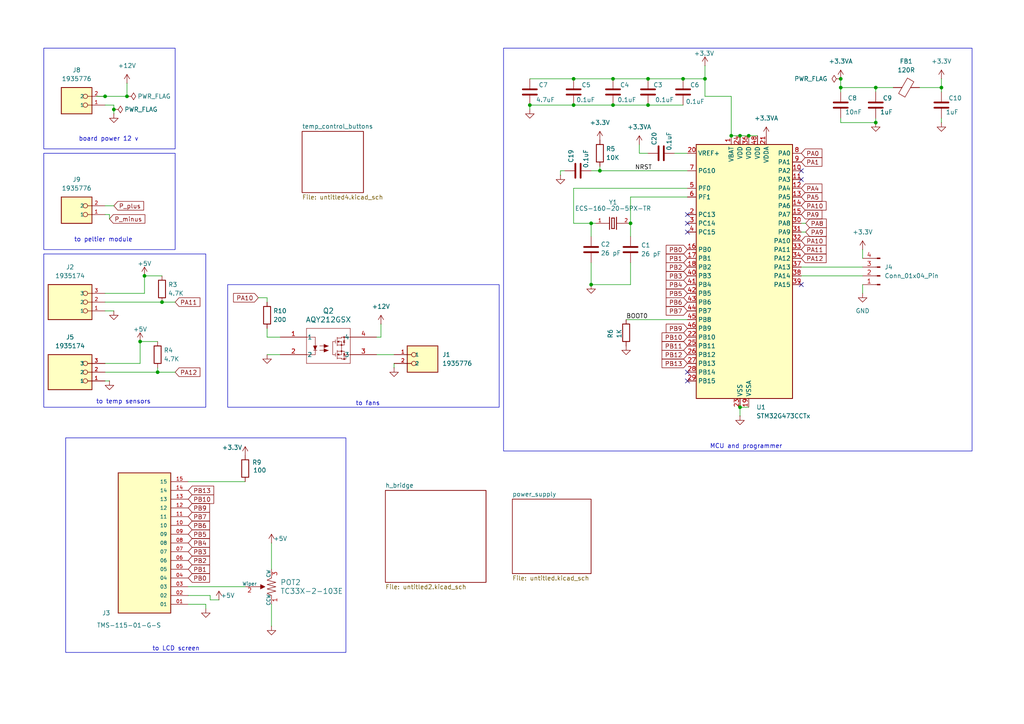
<source format=kicad_sch>
(kicad_sch (version 20231120) (generator "eeschema") (generator_version "8.0")
  (paper "A4")
  (lib_symbols
    (symbol "1935174:1935174" (pin_names (offset 1.016))
      (property "Reference" "J" (at -6.85 5.08 0))
      (property "Value" "1935174" (at -6.35 -7.62 0))
      (symbol "1935174_0_0"
        (rectangle (start -6.35 -5.08) (end 6.35 5.08) (stroke (width 0.254)) (fill (type background)))
        (circle (center -4.445 -2.54) (radius 0.635) (stroke (width 0.1524)))
        (circle (center -4.445 0) (radius 0.635) (stroke (width 0.1524)))
        (circle (center -4.445 2.54) (radius 0.635) (stroke (width 0.1524)))
        (pin passive line (at -10.16 2.54 0) (length 5.08) (name "1") (number "1"))
        (pin passive line (at -10.16 0 0) (length 5.08) (name "2") (number "2"))
        (pin passive line (at -10.16 -2.54 0) (length 5.08) (name "3") (number "3"))
      )
    )
    (symbol "1935776:1935776" (pin_names (offset 1.016))
      (property "Reference" "J" (at -2.54 3.302 0))
      (property "Value" "1935776" (at -2.54 -7.62 0))
      (symbol "1935776_0_0"
        (rectangle (start -3.81 -5.08) (end 5.08 2.54) (stroke (width 0.254)) (fill (type background)))
        (circle (center -1.905 -2.54) (radius 0.635) (stroke (width 0.1524)))
        (circle (center -1.905 0) (radius 0.635) (stroke (width 0.1524)))
        (pin passive line (at -7.62 0 0) (length 5.08) (name "1") (number "1"))
        (pin passive line (at -7.62 -2.54 0) (length 5.08) (name "2") (number "2"))
      )
    )
    (symbol "AQY212GSX:AQY212GSX" (pin_names (offset 0.254))
      (property "Reference" "Q" (at 15.24 7.62 0))
      (property "Value" "AQY212GSX" (at 15.24 5.08 0))
      (symbol "AQY212GSX_0_1"
        (polyline (pts (xy 7.62 -5.08) (xy 10.16 -5.08)) (stroke (width 0.127)))
        (polyline (pts (xy 7.62 0) (xy 10.16 0)) (stroke (width 0.127)))
        (polyline (pts (xy 7.62 2.54) (xy 7.62 -7.62)) (stroke (width 0.127)))
        (polyline (pts (xy 9.652 -3.81) (xy 10.668 -3.81)) (stroke (width 0.127)))
        (polyline (pts (xy 10.16 -5.08) (xy 10.16 -3.81)) (stroke (width 0.127)))
        (polyline (pts (xy 10.16 0) (xy 10.16 -2.54)) (stroke (width 0.127)))
        (polyline (pts (xy 11.43 -3.81) (xy 12.7 -3.81)) (stroke (width 0.127)))
        (polyline (pts (xy 11.43 -2.54) (xy 12.7 -2.54)) (stroke (width 0.127)))
        (polyline (pts (xy 15.24 -5.08) (xy 15.24 -1.27)) (stroke (width 0.127)))
        (polyline (pts (xy 15.24 -5.08) (xy 16.002 -5.08)) (stroke (width 0.127)))
        (polyline (pts (xy 15.24 -1.27) (xy 16.002 -1.27)) (stroke (width 0.127)))
        (polyline (pts (xy 16.002 -5.588) (xy 16.002 -4.572)) (stroke (width 0.127)))
        (polyline (pts (xy 16.002 -0.762) (xy 16.002 -1.778)) (stroke (width 0.127)))
        (polyline (pts (xy 16.51 -6.35) (xy 16.51 -3.81)) (stroke (width 0.127)))
        (polyline (pts (xy 16.51 -6.096) (xy 17.78 -6.096)) (stroke (width 0.127)))
        (polyline (pts (xy 16.51 -4.064) (xy 18.542 -4.064)) (stroke (width 0.127)))
        (polyline (pts (xy 16.51 -2.286) (xy 18.542 -2.286)) (stroke (width 0.127)))
        (polyline (pts (xy 16.51 -0.254) (xy 17.78 -0.254)) (stroke (width 0.127)))
        (polyline (pts (xy 16.51 0) (xy 16.51 -2.54)) (stroke (width 0.127)))
        (polyline (pts (xy 17.018 -5.08) (xy 17.78 -5.08)) (stroke (width 0.127)))
        (polyline (pts (xy 17.018 -1.27) (xy 17.78 -1.27)) (stroke (width 0.127)))
        (polyline (pts (xy 17.78 -6.35) (xy 19.05 -6.35)) (stroke (width 0.127)))
        (polyline (pts (xy 17.78 -6.096) (xy 17.78 -6.35)) (stroke (width 0.127)))
        (polyline (pts (xy 17.78 -5.08) (xy 17.78 -1.27)) (stroke (width 0.127)))
        (polyline (pts (xy 17.78 -0.254) (xy 17.78 0)) (stroke (width 0.127)))
        (polyline (pts (xy 17.78 0) (xy 20.32 0)) (stroke (width 0.127)))
        (polyline (pts (xy 18.288 -1.016) (xy 18.796 -1.016)) (stroke (width 0.127)))
        (polyline (pts (xy 18.542 -5.334) (xy 18.542 -6.35)) (stroke (width 0.127)))
        (polyline (pts (xy 18.542 -4.826) (xy 18.542 -4.064)) (stroke (width 0.127)))
        (polyline (pts (xy 18.542 -1.524) (xy 18.542 -2.286)) (stroke (width 0.127)))
        (polyline (pts (xy 18.542 -1.016) (xy 18.542 0)) (stroke (width 0.127)))
        (polyline (pts (xy 18.796 -5.334) (xy 18.288 -5.334)) (stroke (width 0.127)))
        (polyline (pts (xy 19.05 -5.08) (xy 19.05 -6.35)) (stroke (width 0.127)))
        (polyline (pts (xy 19.05 -5.08) (xy 20.32 -5.08)) (stroke (width 0.127)))
        (polyline (pts (xy 20.32 -7.62) (xy 7.62 -7.62)) (stroke (width 0.127)))
        (polyline (pts (xy 20.32 -7.62) (xy 20.32 2.54)) (stroke (width 0.127)))
        (polyline (pts (xy 20.32 2.54) (xy 7.62 2.54)) (stroke (width 0.127)))
        (polyline (pts (xy 10.16 -3.81) (xy 9.652 -2.54) (xy 10.668 -2.54)) (fill (type outline)))
        (polyline (pts (xy 13.97 -3.81) (xy 12.7 -4.318) (xy 12.7 -3.302)) (fill (type outline)))
        (polyline (pts (xy 13.97 -2.54) (xy 12.7 -3.048) (xy 12.7 -2.032)) (fill (type outline)))
        (polyline (pts (xy 16.51 -5.08) (xy 17.018 -4.826) (xy 17.018 -5.334)) (fill (type outline)))
        (polyline (pts (xy 16.51 -1.27) (xy 17.018 -1.524) (xy 17.018 -1.016)) (fill (type outline)))
        (polyline (pts (xy 18.542 -5.334) (xy 18.796 -4.826) (xy 18.288 -4.826)) (fill (type outline)))
        (polyline (pts (xy 18.542 -1.016) (xy 18.288 -1.524) (xy 18.796 -1.524)) (fill (type outline)))
        (circle (center 17.78 -4.064) (radius 0.127) (stroke (width 0.254)))
        (circle (center 17.78 -2.286) (radius 0.127) (stroke (width 0.254)))
        (circle (center 18.542 -6.35) (radius 0.127) (stroke (width 0.254)))
        (circle (center 18.542 0) (radius 0.127) (stroke (width 0.254)))
        (pin unspecified line (at 0 0 0) (length 7.62) (name "1") (number "1"))
        (pin unspecified line (at 0 -5.08 0) (length 7.62) (name "2") (number "2"))
        (pin unspecified line (at 27.94 -5.08 180) (length 7.62) (name "3") (number "3"))
        (pin unspecified line (at 27.94 0 180) (length 7.62) (name "4") (number "4"))
      )
    )
    (symbol "Connector:Conn_01x04_Pin" (pin_names (offset 1.016) hide)
      (property "Reference" "J" (at 0 5.08 0))
      (property "Value" "Conn_01x04_Pin" (at 0 -7.62 0))
      (symbol "Conn_01x04_Pin_1_1"
        (polyline (pts (xy 1.27 -5.08) (xy 0.8636 -5.08)) (stroke (width 0.1524)))
        (polyline (pts (xy 1.27 -2.54) (xy 0.8636 -2.54)) (stroke (width 0.1524)))
        (polyline (pts (xy 1.27 0) (xy 0.8636 0)) (stroke (width 0.1524)))
        (polyline (pts (xy 1.27 2.54) (xy 0.8636 2.54)) (stroke (width 0.1524)))
        (rectangle (start 0.8636 -4.953) (end 0 -5.207) (stroke (width 0.1524)) (fill (type outline)))
        (rectangle (start 0.8636 -2.413) (end 0 -2.667) (stroke (width 0.1524)) (fill (type outline)))
        (rectangle (start 0.8636 0.127) (end 0 -0.127) (stroke (width 0.1524)) (fill (type outline)))
        (rectangle (start 0.8636 2.667) (end 0 2.413) (stroke (width 0.1524)) (fill (type outline)))
        (pin passive line (at 5.08 2.54 180) (length 3.81) (name "Pin_1") (number "1"))
        (pin passive line (at 5.08 0 180) (length 3.81) (name "Pin_2") (number "2"))
        (pin passive line (at 5.08 -2.54 180) (length 3.81) (name "Pin_3") (number "3"))
        (pin passive line (at 5.08 -5.08 180) (length 3.81) (name "Pin_4") (number "4"))
      )
    )
    (symbol "Device:C" (pin_numbers hide) (pin_names (offset 0.254))
      (property "Reference" "C" (at 0.635 2.54 0))
      (property "Value" "C" (at 0.635 -2.54 0))
      (symbol "C_0_1"
        (polyline (pts (xy -2.032 -0.762) (xy 2.032 -0.762)) (stroke (width 0.508)))
        (polyline (pts (xy -2.032 0.762) (xy 2.032 0.762)) (stroke (width 0.508)))
      )
      (symbol "C_1_1"
        (pin passive line (at 0 3.81 270) (length 2.794) (name "~") (number "1"))
        (pin passive line (at 0 -3.81 90) (length 2.794) (name "~") (number "2"))
      )
    )
    (symbol "Device:FerriteBead" (pin_numbers hide) (pin_names (offset 0))
      (property "Reference" "FB" (at -3.81 0.635 90))
      (property "Value" "FerriteBead" (at 3.81 0 90))
      (symbol "FerriteBead_0_1"
        (polyline (pts (xy 0 -1.27) (xy 0 -1.2192)))
        (polyline (pts (xy 0 1.27) (xy 0 1.2954)))
        (polyline (pts (xy -2.7686 0.4064) (xy -1.7018 2.2606) (xy 2.7686 -0.3048) (xy 1.6764 -2.159) (xy -2.7686 0.4064)))
      )
      (symbol "FerriteBead_1_1"
        (pin passive line (at 0 3.81 270) (length 2.54) (name "~") (number "1"))
        (pin passive line (at 0 -3.81 90) (length 2.54) (name "~") (number "2"))
      )
    )
    (symbol "Device:R" (pin_numbers hide) (pin_names (offset 0))
      (property "Reference" "R" (at 2.032 0 90))
      (property "Value" "R" (at 0 0 90))
      (symbol "R_0_1"
        (rectangle (start -1.016 -2.54) (end 1.016 2.54) (stroke (width 0.254)))
      )
      (symbol "R_1_1"
        (pin passive line (at 0 3.81 270) (length 1.27) (name "~") (number "1"))
        (pin passive line (at 0 -3.81 90) (length 1.27) (name "~") (number "2"))
      )
    )
    (symbol "ECS-160-20-5PX-TR:ECS-160-20-5PX-TR" (pin_names (offset 1.016))
      (property "Reference" "Y" (at -5.0869 3.8152 0))
      (property "Value" "ECS-160-20-5PX-TR" (at -5.0903 -5.0903 0))
      (symbol "ECS-160-20-5PX-TR_0_0"
        (polyline (pts (xy -2.54 0) (xy -1.016 0)) (stroke (width 0.1524)))
        (polyline (pts (xy -1.016 1.778) (xy -1.016 -1.778)) (stroke (width 0.254)))
        (polyline (pts (xy -0.381 -1.524) (xy 0.381 -1.524)) (stroke (width 0.254)))
        (polyline (pts (xy -0.381 1.524) (xy -0.381 -1.524)) (stroke (width 0.254)))
        (polyline (pts (xy 0.381 -1.524) (xy 0.381 1.524)) (stroke (width 0.254)))
        (polyline (pts (xy 0.381 1.524) (xy -0.381 1.524)) (stroke (width 0.254)))
        (polyline (pts (xy 1.016 0) (xy 2.54 0)) (stroke (width 0.1524)))
        (polyline (pts (xy 1.016 1.778) (xy 1.016 -1.778)) (stroke (width 0.254)))
        (pin passive line (at -5.08 0 0) (length 2.54) (name "~") (number "1"))
        (pin passive line (at 5.08 0 180) (length 2.54) (name "~") (number "2"))
      )
    )
    (symbol "MCU_ST_STM32G4:STM32G473CCTx"
      (property "Reference" "U" (at -12.7 39.37 0))
      (property "Value" "STM32G473CCTx" (at 10.16 39.37 0))
      (symbol "STM32G473CCTx_0_1"
        (rectangle (start -12.7 -35.56) (end 15.24 38.1) (stroke (width 0.254)) (fill (type background)))
      )
      (symbol "STM32G473CCTx_1_1"
        (pin power_in line (at -2.54 40.64 270) (length 2.54) (name "VBAT") (number "1"))
        (pin bidirectional line (at 17.78 30.48 180) (length 2.54) (name "PA2") (number "10"))
        (pin bidirectional line (at 17.78 27.94 180) (length 2.54) (name "PA3") (number "11"))
        (pin bidirectional line (at 17.78 25.4 180) (length 2.54) (name "PA4") (number "12"))
        (pin bidirectional line (at 17.78 22.86 180) (length 2.54) (name "PA5") (number "13"))
        (pin bidirectional line (at 17.78 20.32 180) (length 2.54) (name "PA6") (number "14"))
        (pin bidirectional line (at 17.78 17.78 180) (length 2.54) (name "PA7") (number "15"))
        (pin bidirectional line (at -15.24 7.62 0) (length 2.54) (name "PB0") (number "16"))
        (pin bidirectional line (at -15.24 5.08 0) (length 2.54) (name "PB1") (number "17"))
        (pin bidirectional line (at -15.24 2.54 0) (length 2.54) (name "PB2") (number "18"))
        (pin power_in line (at 2.54 -38.1 90) (length 2.54) (name "VSSA") (number "19"))
        (pin bidirectional line (at -15.24 17.78 0) (length 2.54) (name "PC13") (number "2"))
        (pin input line (at -15.24 35.56 0) (length 2.54) (name "VREF+") (number "20"))
        (pin power_in line (at 7.62 40.64 270) (length 2.54) (name "VDDA") (number "21"))
        (pin bidirectional line (at -15.24 -17.78 0) (length 2.54) (name "PB10") (number "22"))
        (pin power_in line (at 0 -38.1 90) (length 2.54) (name "VSS") (number "23"))
        (pin power_in line (at 0 40.64 270) (length 2.54) (name "VDD") (number "24"))
        (pin bidirectional line (at -15.24 -20.32 0) (length 2.54) (name "PB11") (number "25"))
        (pin bidirectional line (at -15.24 -22.86 0) (length 2.54) (name "PB12") (number "26"))
        (pin bidirectional line (at -15.24 -25.4 0) (length 2.54) (name "PB13") (number "27"))
        (pin bidirectional line (at -15.24 -27.94 0) (length 2.54) (name "PB14") (number "28"))
        (pin bidirectional line (at -15.24 -30.48 0) (length 2.54) (name "PB15") (number "29"))
        (pin bidirectional line (at -15.24 15.24 0) (length 2.54) (name "PC14") (number "3"))
        (pin bidirectional line (at 17.78 15.24 180) (length 2.54) (name "PA8") (number "30"))
        (pin bidirectional line (at 17.78 12.7 180) (length 2.54) (name "PA9") (number "31"))
        (pin bidirectional line (at 17.78 10.16 180) (length 2.54) (name "PA10") (number "32"))
        (pin bidirectional line (at 17.78 7.62 180) (length 2.54) (name "PA11") (number "33"))
        (pin bidirectional line (at 17.78 5.08 180) (length 2.54) (name "PA12") (number "34"))
        (pin passive line (at 0 -38.1 90) (length 2.54) hide (name "VSS") (number "35"))
        (pin power_in line (at 2.54 40.64 270) (length 2.54) (name "VDD") (number "36"))
        (pin bidirectional line (at 17.78 2.54 180) (length 2.54) (name "PA13") (number "37"))
        (pin bidirectional line (at 17.78 0 180) (length 2.54) (name "PA14") (number "38"))
        (pin bidirectional line (at 17.78 -2.54 180) (length 2.54) (name "PA15") (number "39"))
        (pin bidirectional line (at -15.24 12.7 0) (length 2.54) (name "PC15") (number "4"))
        (pin bidirectional line (at -15.24 0 0) (length 2.54) (name "PB3") (number "40"))
        (pin bidirectional line (at -15.24 -2.54 0) (length 2.54) (name "PB4") (number "41"))
        (pin bidirectional line (at -15.24 -5.08 0) (length 2.54) (name "PB5") (number "42"))
        (pin bidirectional line (at -15.24 -7.62 0) (length 2.54) (name "PB6") (number "43"))
        (pin bidirectional line (at -15.24 -10.16 0) (length 2.54) (name "PB7") (number "44"))
        (pin bidirectional line (at -15.24 -12.7 0) (length 2.54) (name "PB8") (number "45"))
        (pin bidirectional line (at -15.24 -15.24 0) (length 2.54) (name "PB9") (number "46"))
        (pin passive line (at 0 -38.1 90) (length 2.54) hide (name "VSS") (number "47"))
        (pin power_in line (at 5.08 40.64 270) (length 2.54) (name "VDD") (number "48"))
        (pin bidirectional line (at -15.24 25.4 0) (length 2.54) (name "PF0") (number "5"))
        (pin bidirectional line (at -15.24 22.86 0) (length 2.54) (name "PF1") (number "6"))
        (pin bidirectional line (at -15.24 30.48 0) (length 2.54) (name "PG10") (number "7"))
        (pin bidirectional line (at 17.78 35.56 180) (length 2.54) (name "PA0") (number "8"))
        (pin bidirectional line (at 17.78 33.02 180) (length 2.54) (name "PA1") (number "9"))
      )
    )
    (symbol "TMS-115-01-G-S:TMS-115-01-G-S" (pin_names (offset 1.016))
      (property "Reference" "J" (at -8.12 21.436 0))
      (property "Value" "TMS-115-01-G-S" (at -7.62 -22.86 0))
      (symbol "TMS-115-01-G-S_0_0"
        (rectangle (start -7.62 -20.32) (end 7.62 20.32) (stroke (width 0.254)) (fill (type background)))
        (pin passive line (at -12.7 17.78 0) (length 5.08) (name "01") (number "01"))
        (pin passive line (at -12.7 15.24 0) (length 5.08) (name "02") (number "02"))
        (pin passive line (at -12.7 12.7 0) (length 5.08) (name "03") (number "03"))
        (pin passive line (at -12.7 10.16 0) (length 5.08) (name "04") (number "04"))
        (pin passive line (at -12.7 7.62 0) (length 5.08) (name "05") (number "05"))
        (pin passive line (at -12.7 5.08 0) (length 5.08) (name "06") (number "06"))
        (pin passive line (at -12.7 2.54 0) (length 5.08) (name "07") (number "07"))
        (pin passive line (at -12.7 0 0) (length 5.08) (name "08") (number "08"))
        (pin passive line (at -12.7 -2.54 0) (length 5.08) (name "09") (number "09"))
        (pin passive line (at -12.7 -5.08 0) (length 5.08) (name "10") (number "10"))
        (pin passive line (at -12.7 -7.62 0) (length 5.08) (name "11") (number "11"))
        (pin passive line (at -12.7 -10.16 0) (length 5.08) (name "12") (number "12"))
        (pin passive line (at -12.7 -12.7 0) (length 5.08) (name "13") (number "13"))
        (pin passive line (at -12.7 -15.24 0) (length 5.08) (name "14") (number "14"))
        (pin passive line (at -12.7 -17.78 0) (length 5.08) (name "15") (number "15"))
      )
    )
    (symbol "dk_Trimmer-Potentiometers:TC33X-2-103E" (pin_names (offset 0))
      (property "Reference" "POT" (at -5.334 4.318 0))
      (property "Value" "TC33X-2-103E" (at 0.254 -2.794 0))
      (symbol "TC33X-2-103E_0_1"
        (polyline (pts (xy 0 5.08) (xy 0 3.175)))
        (polyline (pts (xy -0.635 3.175) (xy 0.635 3.175) (xy 0 1.905) (xy -0.635 3.175)) (fill (type outline)))
        (polyline (pts (xy -2.54 0) (xy -1.905 1.27) (xy -1.27 -1.27) (xy -0.635 1.27) (xy 0 -1.27) (xy 0.635 1.27) (xy 1.27 -1.27) (xy 1.905 1.27) (xy 2.54 0)))
      )
      (symbol "TC33X-2-103E_1_1"
        (pin passive line (at -5.08 0 0) (length 2.54) (name "CCW") (number "1"))
        (pin passive line (at 0 7.62 270) (length 2.54) (name "Wiper") (number "2"))
        (pin passive line (at 5.08 0 180) (length 2.54) (name "CW") (number "3"))
      )
    )
    (symbol "power:+12V" (power) (pin_numbers hide) (pin_names (offset 0) hide)
      (property "Value" "+12V" (at 0 3.556 0))
      (symbol "+12V_0_1"
        (polyline (pts (xy -0.762 1.27) (xy 0 2.54)))
        (polyline (pts (xy 0 0) (xy 0 2.54)))
        (polyline (pts (xy 0 2.54) (xy 0.762 1.27)))
      )
      (symbol "+12V_1_1"
        (pin power_in line (at 0 0 90) (length 0) (name "~") (number "1"))
      )
    )
    (symbol "power:+3.3V" (power) (pin_numbers hide) (pin_names (offset 0) hide)
      (property "Value" "+3.3V" (at 0 3.556 0))
      (symbol "+3.3V_0_1"
        (polyline (pts (xy -0.762 1.27) (xy 0 2.54)))
        (polyline (pts (xy 0 0) (xy 0 2.54)))
        (polyline (pts (xy 0 2.54) (xy 0.762 1.27)))
      )
      (symbol "+3.3V_1_1"
        (pin power_in line (at 0 0 90) (length 0) (name "~") (number "1"))
      )
    )
    (symbol "power:+3.3VA" (power) (pin_numbers hide) (pin_names (offset 0) hide)
      (property "Value" "+3.3VA" (at 0 3.556 0))
      (symbol "+3.3VA_0_1"
        (polyline (pts (xy -0.762 1.27) (xy 0 2.54)))
        (polyline (pts (xy 0 0) (xy 0 2.54)))
        (polyline (pts (xy 0 2.54) (xy 0.762 1.27)))
      )
      (symbol "+3.3VA_1_1"
        (pin power_in line (at 0 0 90) (length 0) (name "~") (number "1"))
      )
    )
    (symbol "power:+5V" (power) (pin_numbers hide) (pin_names (offset 0) hide)
      (property "Value" "+5V" (at 0 3.556 0))
      (symbol "+5V_0_1"
        (polyline (pts (xy -0.762 1.27) (xy 0 2.54)))
        (polyline (pts (xy 0 0) (xy 0 2.54)))
        (polyline (pts (xy 0 2.54) (xy 0.762 1.27)))
      )
      (symbol "+5V_1_1"
        (pin power_in line (at 0 0 90) (length 0) (name "~") (number "1"))
      )
    )
    (symbol "power:GND" (power) (pin_numbers hide) (pin_names (offset 0) hide)
      (property "Value" "GND" (at 0 -3.81 0))
      (symbol "GND_0_1"
        (polyline (pts (xy 0 0) (xy 0 -1.27) (xy 1.27 -1.27) (xy 0 -2.54) (xy -1.27 -1.27) (xy 0 -1.27)))
      )
      (symbol "GND_1_1"
        (pin power_in line (at 0 0 270) (length 0) (name "~") (number "1"))
      )
    )
    (symbol "power:PWR_FLAG" (power) (pin_numbers hide) (pin_names (offset 0) hide)
      (property "Value" "PWR_FLAG" (at 0 3.81 0))
      (symbol "PWR_FLAG_0_0"
        (pin power_out line (at 0 0 90) (length 0) (name "~") (number "1"))
      )
      (symbol "PWR_FLAG_0_1"
        (polyline (pts (xy 0 0) (xy 0 1.27) (xy -1.016 1.905) (xy 0 2.54) (xy 1.016 1.905) (xy 0 1.27)))
      )
    )
  )
  (junction (at 187.96 22.86))
  (junction (at 177.8 22.86))
  (junction (at 212.09 39.37))
  (junction (at 46.99 87.63))
  (junction (at 214.63 39.37))
  (junction (at 243.84 25.4))
  (junction (at 254 25.4))
  (junction (at 204.47 22.86))
  (junction (at 273.05 25.4))
  (junction (at 217.17 39.37))
  (junction (at 214.63 118.11))
  (junction (at 177.8 30.48))
  (junction (at 187.96 30.48))
  (junction (at 30.48 27.94))
  (junction (at 254 35.56))
  (junction (at 171.45 82.55))
  (junction (at 173.99 49.53))
  (junction (at 243.84 22.86))
  (junction (at 40.64 99.06))
  (junction (at 166.37 22.86))
  (junction (at 36.83 27.94))
  (junction (at 198.12 22.86))
  (junction (at 153.67 30.48))
  (junction (at 33.02 31.75))
  (junction (at 41.91 80.01))
  (junction (at 182.88 64.77))
  (junction (at 45.72 107.95))
  (junction (at 171.45 64.77))
  (junction (at 166.37 30.48))
  (no_connect (at 199.39 107.95))
  (no_connect (at 232.41 82.55))
  (no_connect (at 232.41 49.53))
  (no_connect (at 199.39 67.31))
  (no_connect (at 199.39 110.49))
  (no_connect (at 232.41 52.07))
  (no_connect (at 199.39 62.23))
  (no_connect (at 199.39 64.77))
  (wire (pts (xy 30.48 59.69) (xy 33.02 59.69)))
  (wire (pts (xy 166.37 54.61) (xy 199.39 54.61)))
  (wire (pts (xy 77.47 102.87) (xy 81.28 102.87)))
  (wire (pts (xy 243.84 22.86) (xy 243.84 25.4)))
  (wire (pts (xy 243.84 35.56) (xy 254 35.56)))
  (wire (pts (xy 30.48 105.41) (xy 40.64 105.41)))
  (wire (pts (xy 232.41 77.47) (xy 250.19 77.47)))
  (wire (pts (xy 30.48 30.48) (xy 33.02 30.48)))
  (wire (pts (xy 273.05 22.86) (xy 273.05 25.4)))
  (wire (pts (xy 243.84 25.4) (xy 243.84 26.67)))
  (wire (pts (xy 54.61 170.18) (xy 71.12 170.18)))
  (wire (pts (xy 41.91 85.09) (xy 41.91 80.01)))
  (wire (pts (xy 46.99 87.63) (xy 50.8 87.63)))
  (wire (pts (xy 54.61 139.7) (xy 71.12 139.7)))
  (wire (pts (xy 254 35.56) (xy 254 34.29)))
  (wire (pts (xy 214.63 118.11) (xy 214.63 120.65)))
  (wire (pts (xy 217.17 39.37) (xy 219.71 39.37)))
  (wire (pts (xy 182.88 57.15) (xy 199.39 57.15)))
  (wire (pts (xy 166.37 30.48) (xy 177.8 30.48)))
  (wire (pts (xy 182.88 57.15) (xy 182.88 64.77)))
  (wire (pts (xy 185.42 44.45) (xy 187.96 44.45)))
  (wire (pts (xy 153.67 30.48) (xy 166.37 30.48)))
  (wire (pts (xy 33.02 30.48) (xy 33.02 31.75)))
  (wire (pts (xy 33.02 31.75) (xy 33.02 33.02)))
  (wire (pts (xy 30.48 85.09) (xy 41.91 85.09)))
  (wire (pts (xy 233.68 64.77) (xy 232.41 64.77)))
  (wire (pts (xy 232.41 80.01) (xy 250.19 80.01)))
  (wire (pts (xy 31.75 62.23) (xy 30.48 62.23)))
  (wire (pts (xy 204.47 27.94) (xy 204.47 22.86)))
  (wire (pts (xy 181.61 92.71) (xy 199.39 92.71)))
  (wire (pts (xy 30.48 110.49) (xy 31.75 110.49)))
  (wire (pts (xy 153.67 30.48) (xy 153.67 31.75)))
  (wire (pts (xy 254 26.67) (xy 254 25.4)))
  (wire (pts (xy 173.99 49.53) (xy 199.39 49.53)))
  (wire (pts (xy 77.47 97.79) (xy 81.28 97.79)))
  (wire (pts (xy 54.61 175.26) (xy 59.69 175.26)))
  (wire (pts (xy 60.96 172.72) (xy 54.61 172.72)))
  (wire (pts (xy 273.05 35.56) (xy 273.05 34.29)))
  (wire (pts (xy 212.09 39.37) (xy 214.63 39.37)))
  (wire (pts (xy 153.67 22.86) (xy 166.37 22.86)))
  (wire (pts (xy 114.3 105.41) (xy 114.3 106.68)))
  (wire (pts (xy 30.48 90.17) (xy 33.02 90.17)))
  (wire (pts (xy 254 25.4) (xy 243.84 25.4)))
  (wire (pts (xy 77.47 95.25) (xy 77.47 97.79)))
  (wire (pts (xy 45.72 107.95) (xy 45.72 106.68)))
  (wire (pts (xy 171.45 82.55) (xy 182.88 82.55)))
  (wire (pts (xy 162.56 50.8) (xy 162.56 49.53)))
  (wire (pts (xy 45.72 107.95) (xy 50.8 107.95)))
  (wire (pts (xy 182.88 64.77) (xy 182.88 68.58)))
  (wire (pts (xy 273.05 26.67) (xy 273.05 25.4)))
  (wire (pts (xy 40.64 99.06) (xy 45.72 99.06)))
  (wire (pts (xy 109.22 102.87) (xy 114.3 102.87)))
  (wire (pts (xy 30.48 87.63) (xy 46.99 87.63)))
  (wire (pts (xy 250.19 82.55) (xy 250.19 85.09)))
  (wire (pts (xy 212.09 27.94) (xy 212.09 39.37)))
  (wire (pts (xy 110.49 97.79) (xy 110.49 93.98)))
  (wire (pts (xy 182.88 76.2) (xy 182.88 82.55)))
  (wire (pts (xy 177.8 22.86) (xy 187.96 22.86)))
  (wire (pts (xy 171.45 49.53) (xy 173.99 49.53)))
  (wire (pts (xy 60.96 173.99) (xy 60.96 172.72)))
  (wire (pts (xy 31.75 63.5) (xy 31.75 62.23)))
  (wire (pts (xy 254 25.4) (xy 259.08 25.4)))
  (wire (pts (xy 250.19 74.93) (xy 250.19 72.39)))
  (wire (pts (xy 214.63 39.37) (xy 217.17 39.37)))
  (wire (pts (xy 30.48 27.94) (xy 36.83 27.94)))
  (wire (pts (xy 78.74 157.48) (xy 78.74 165.1)))
  (wire (pts (xy 204.47 27.94) (xy 212.09 27.94)))
  (wire (pts (xy 214.63 118.11) (xy 217.17 118.11)))
  (wire (pts (xy 195.58 44.45) (xy 199.39 44.45)))
  (wire (pts (xy 187.96 30.48) (xy 198.12 30.48)))
  (wire (pts (xy 243.84 34.29) (xy 243.84 35.56)))
  (wire (pts (xy 185.42 41.91) (xy 185.42 44.45)))
  (wire (pts (xy 204.47 19.05) (xy 204.47 22.86)))
  (wire (pts (xy 198.12 22.86) (xy 204.47 22.86)))
  (wire (pts (xy 30.48 107.95) (xy 45.72 107.95)))
  (wire (pts (xy 60.96 173.99) (xy 63.5 173.99)))
  (wire (pts (xy 36.83 27.94) (xy 36.83 24.13)))
  (wire (pts (xy 27.94 27.94) (xy 30.48 27.94)))
  (wire (pts (xy 187.96 22.86) (xy 198.12 22.86)))
  (wire (pts (xy 77.47 87.63) (xy 77.47 86.36)))
  (wire (pts (xy 162.56 49.53) (xy 163.83 49.53)))
  (wire (pts (xy 41.91 80.01) (xy 46.99 80.01)))
  (wire (pts (xy 78.74 175.26) (xy 78.74 181.61)))
  (wire (pts (xy 109.22 97.79) (xy 110.49 97.79)))
  (wire (pts (xy 173.99 48.26) (xy 173.99 49.53)))
  (wire (pts (xy 166.37 22.86) (xy 177.8 22.86)))
  (wire (pts (xy 233.68 67.31) (xy 232.41 67.31)))
  (wire (pts (xy 59.69 175.26) (xy 59.69 176.53)))
  (wire (pts (xy 171.45 64.77) (xy 171.45 68.58)))
  (wire (pts (xy 266.7 25.4) (xy 273.05 25.4)))
  (wire (pts (xy 40.64 99.06) (xy 40.64 105.41)))
  (wire (pts (xy 171.45 64.77) (xy 172.72 64.77)))
  (wire (pts (xy 166.37 54.61) (xy 166.37 64.77)))
  (wire (pts (xy 177.8 30.48) (xy 187.96 30.48)))
  (wire (pts (xy 171.45 82.55) (xy 171.45 76.2)))
  (wire (pts (xy 77.47 86.36) (xy 74.93 86.36)))
  (wire (pts (xy 166.37 64.77) (xy 171.45 64.77)))
  (rectangle (start 12.7 73.66) (end 59.69 118.11))
  (rectangle (start 12.7 44.45) (end 50.8 72.39))
  (rectangle (start 146.05 13.97) (end 281.94 130.81))
  (rectangle (start 19.05 127) (end 100.33 189.23))
  (rectangle (start 66.04 82.55) (end 144.78 118.11))
  (rectangle (start 12.7 13.97) (end 50.8 43.18))
  (text "to LCD screen\n" (at 51.054 188.214 0) (effects (font (size 1.27 1.27))))
  (text "to fans" (at 106.68 117.094 0) (effects (font (size 1.27 1.27))))
  (text "to peltier module\n" (at 29.972 69.596 0) (effects (font (size 1.27 1.27))))
  (text "board power 12 v\n" (at 31.496 40.386 0) (effects (font (size 1.27 1.27))))
  (text "MCU and programmer\n\n" (at 216.408 130.556 0) (effects (font (size 1.27 1.27))))
  (text "to temp sensors\n" (at 35.814 116.586 0) (effects (font (size 1.27 1.27))))
  (label "NRST" (at 184.15 49.53 0))
  (label "BOOT0" (at 181.61 92.71 0))
  (global_label "PB12" (shape input) (at 199.39 102.87 180) (property "Intersheetrefs" "${INTERSHEET_REFS}" (effects (hide yes))))
  (global_label "P_plus" (shape input) (at 33.02 59.69 0) (property "Intersheetrefs" "${INTERSHEET_REFS}" (effects (hide yes))))
  (global_label "PA1" (shape input) (at 232.41 46.99 0) (property "Intersheetrefs" "${INTERSHEET_REFS}" (effects (hide yes))))
  (global_label "PB5" (shape input) (at 199.39 85.09 180) (property "Intersheetrefs" "${INTERSHEET_REFS}" (effects (hide yes))))
  (global_label "PA10" (shape input) (at 232.41 69.85 0) (property "Intersheetrefs" "${INTERSHEET_REFS}" (effects (hide yes))))
  (global_label "PA12" (shape input) (at 232.41 74.93 0) (property "Intersheetrefs" "${INTERSHEET_REFS}" (effects (hide yes))))
  (global_label "PB10" (shape input) (at 54.61 144.78 0) (property "Intersheetrefs" "${INTERSHEET_REFS}" (effects (hide yes))))
  (global_label "PB4" (shape input) (at 199.39 82.55 180) (property "Intersheetrefs" "${INTERSHEET_REFS}" (effects (hide yes))))
  (global_label "PA9" (shape input) (at 232.41 62.23 0) (property "Intersheetrefs" "${INTERSHEET_REFS}" (effects (hide yes))))
  (global_label "PB6" (shape input) (at 199.39 87.63 180) (property "Intersheetrefs" "${INTERSHEET_REFS}" (effects (hide yes))))
  (global_label "PA8" (shape input) (at 233.68 64.77 0) (property "Intersheetrefs" "${INTERSHEET_REFS}" (effects (hide yes))))
  (global_label "PB5" (shape input) (at 54.61 154.94 0) (property "Intersheetrefs" "${INTERSHEET_REFS}" (effects (hide yes))))
  (global_label "P_minus" (shape input) (at 31.75 63.5 0) (property "Intersheetrefs" "${INTERSHEET_REFS}" (effects (hide yes))))
  (global_label "PB2" (shape input) (at 54.61 162.56 0) (property "Intersheetrefs" "${INTERSHEET_REFS}" (effects (hide yes))))
  (global_label "PB0" (shape input) (at 54.61 167.64 0) (property "Intersheetrefs" "${INTERSHEET_REFS}" (effects (hide yes))))
  (global_label "PA11" (shape input) (at 232.41 72.39 0) (property "Intersheetrefs" "${INTERSHEET_REFS}" (effects (hide yes))))
  (global_label "PB3" (shape input) (at 54.61 160.02 0) (property "Intersheetrefs" "${INTERSHEET_REFS}" (effects (hide yes))))
  (global_label "PA10" (shape input) (at 232.41 59.69 0) (property "Intersheetrefs" "${INTERSHEET_REFS}" (effects (hide yes))))
  (global_label "PB0" (shape input) (at 199.39 72.39 180) (property "Intersheetrefs" "${INTERSHEET_REFS}" (effects (hide yes))))
  (global_label "PB7" (shape input) (at 199.39 90.17 180) (property "Intersheetrefs" "${INTERSHEET_REFS}" (effects (hide yes))))
  (global_label "PB9" (shape input) (at 199.39 95.25 180) (property "Intersheetrefs" "${INTERSHEET_REFS}" (effects (hide yes))))
  (global_label "PB13" (shape input) (at 54.61 142.24 0) (property "Intersheetrefs" "${INTERSHEET_REFS}" (effects (hide yes))))
  (global_label "PA11" (shape input) (at 50.8 87.63 0) (property "Intersheetrefs" "${INTERSHEET_REFS}" (effects (hide yes))))
  (global_label "PB10" (shape input) (at 199.39 97.79 180) (property "Intersheetrefs" "${INTERSHEET_REFS}" (effects (hide yes))))
  (global_label "PA9" (shape input) (at 233.68 67.31 0) (property "Intersheetrefs" "${INTERSHEET_REFS}" (effects (hide yes))))
  (global_label "PB6" (shape input) (at 54.61 152.4 0) (property "Intersheetrefs" "${INTERSHEET_REFS}" (effects (hide yes))))
  (global_label "PB7" (shape input) (at 54.61 149.86 0) (property "Intersheetrefs" "${INTERSHEET_REFS}" (effects (hide yes))))
  (global_label "PA5" (shape input) (at 232.41 57.15 0) (property "Intersheetrefs" "${INTERSHEET_REFS}" (effects (hide yes))))
  (global_label "PB9" (shape input) (at 54.61 147.32 0) (property "Intersheetrefs" "${INTERSHEET_REFS}" (effects (hide yes))))
  (global_label "PB11" (shape input) (at 199.39 100.33 180) (property "Intersheetrefs" "${INTERSHEET_REFS}" (effects (hide yes))))
  (global_label "PB3" (shape input) (at 199.39 80.01 180) (property "Intersheetrefs" "${INTERSHEET_REFS}" (effects (hide yes))))
  (global_label "PA10" (shape input) (at 74.93 86.36 180) (property "Intersheetrefs" "${INTERSHEET_REFS}" (effects (hide yes))))
  (global_label "PB2" (shape input) (at 199.39 77.47 180) (property "Intersheetrefs" "${INTERSHEET_REFS}" (effects (hide yes))))
  (global_label "PA0" (shape input) (at 232.41 44.45 0) (property "Intersheetrefs" "${INTERSHEET_REFS}" (effects (hide yes))))
  (global_label "PB13" (shape input) (at 199.39 105.41 180) (property "Intersheetrefs" "${INTERSHEET_REFS}" (effects (hide yes))))
  (global_label "PA4" (shape input) (at 232.41 54.61 0) (property "Intersheetrefs" "${INTERSHEET_REFS}" (effects (hide yes))))
  (global_label "PB1" (shape input) (at 54.61 165.1 0) (property "Intersheetrefs" "${INTERSHEET_REFS}" (effects (hide yes))))
  (global_label "PA12" (shape input) (at 50.8 107.95 0) (property "Intersheetrefs" "${INTERSHEET_REFS}" (effects (hide yes))))
  (global_label "PB4" (shape input) (at 54.61 157.48 0) (property "Intersheetrefs" "${INTERSHEET_REFS}" (effects (hide yes))))
  (global_label "PB1" (shape input) (at 199.39 74.93 180) (property "Intersheetrefs" "${INTERSHEET_REFS}" (effects (hide yes))))
  (symbol (lib_id "1935174:1935174") (at 20.32 87.63 180) (unit 1)
    (property "Reference" "J2" (at 20.32 77.47 0))
    (property "Value" "1935174" (at 20.32 80.01 0))
    (property "Footprint" "terminal_3pin:PHOENIX_1935174" (effects (hide yes)))
    (property "MANUFACTURER" "PHOENIX" (effects (hide yes)))
  )
  (symbol (lib_id "Device:C") (at 171.45 72.39 0) (unit 1)
    (property "Reference" "C2" (at 174.244 70.866 0) (effects (justify left)))
    (property "Value" "26 pF" (at 174.244 73.406 0) (effects (justify left)))
    (property "Footprint" "Capacitor_SMD:C_1210_3225Metric_Pad1.33x2.70mm_HandSolder" (effects (hide yes)))
    (property "Description" "Unpolarized capacitor" (effects (hide yes)))
  )
  (symbol (lib_id "TMS-115-01-G-S:TMS-115-01-G-S") (at 41.91 157.48 180) (unit 1)
    (property "Reference" "J3" (at 32.004 177.8 0) (effects (justify left)))
    (property "Value" "TMS-115-01-G-S" (at 46.736 181.356 0) (effects (justify left)))
    (property "Footprint" "lcdheader:SAMTEC_TMS-115-01-G-S" (effects (hide yes)))
    (property "MANUFACTURER" "SAMTEC" (effects (hide yes)))
  )
  (symbol (lib_id "power:+5V") (at 41.91 80.01 0) (unit 1)
    (property "Reference" "#PWR041" (effects (hide yes)))
    (property "Value" "+5V" (at 41.91 76.454 0))
    (property "Description" "Power symbol creates a global label with name \"+5V\"" (effects (hide yes)))
  )
  (symbol (lib_id "power:+3.3V") (at 204.47 19.05 0) (unit 1)
    (property "Reference" "#PWR03" (effects (hide yes)))
    (property "Value" "+3.3V" (at 204.216 15.494 0))
    (property "Description" "Power symbol creates a global label with name \"+3.3V\"" (effects (hide yes)))
  )
  (symbol (lib_id "Device:FerriteBead") (at 262.89 25.4 90) (unit 1)
    (property "Reference" "FB1" (at 262.8392 17.78 90))
    (property "Value" "120R" (at 262.8392 20.32 90))
    (property "Footprint" "Ferrite_THT:LairdTech_28C0236-0JW-10" (effects (hide yes)))
    (property "Description" "Ferrite bead" (effects (hide yes)))
  )
  (symbol (lib_id "power:GND") (at 181.61 100.33 0) (unit 1)
    (property "Reference" "#PWR034" (effects (hide yes)))
    (property "Value" "GND" (effects (hide yes)))
    (property "Description" "Power symbol creates a global label with name \"GND\" , ground" (effects (hide yes)))
  )
  (symbol (lib_id "power:+3.3V") (at 71.12 132.08 0) (unit 1)
    (property "Reference" "#PWR045" (effects (hide yes)))
    (property "Value" "+3.3V" (at 67.31 129.794 0))
    (property "Description" "Power symbol creates a global label with name \"+3.3V\"" (effects (hide yes)))
  )
  (symbol (lib_id "Device:C") (at 182.88 72.39 0) (unit 1)
    (property "Reference" "C1" (at 185.928 71.12 0) (effects (justify left)))
    (property "Value" "26 pF" (at 185.928 73.66 0) (effects (justify left)))
    (property "Footprint" "Capacitor_SMD:C_1210_3225Metric_Pad1.33x2.70mm_HandSolder" (effects (hide yes)))
    (property "Description" "Unpolarized capacitor" (effects (hide yes)))
  )
  (symbol (lib_id "Device:C") (at 273.05 30.48 0) (unit 1)
    (property "Reference" "C10" (at 275.082 28.448 0) (effects (justify left)))
    (property "Value" "1uF" (at 274.32 32.512 0) (effects (justify left)))
    (property "Footprint" "Capacitor_SMD:C_1210_3225Metric_Pad1.33x2.70mm_HandSolder" (effects (hide yes)))
    (property "Description" "Unpolarized capacitor" (effects (hide yes)))
  )
  (symbol (lib_id "ECS-160-20-5PX-TR:ECS-160-20-5PX-TR") (at 177.8 64.77 0) (unit 1)
    (property "Reference" "Y1" (at 177.8 58.674 0))
    (property "Value" "ECS-160-20-5PX-TR" (at 177.8 60.452 0))
    (property "Footprint" "oscillatorcrystal:XTAL_ECS-160-20-5PX-TR" (effects (hide yes)))
    (property "PARTREV" "2017" (effects (hide yes)))
    (property "MANUFACTURER" "ECS INC." (effects (hide yes)))
    (property "STANDARD" "Manufacturer recommendations" (effects (hide yes)))
  )
  (symbol (lib_id "MCU_ST_STM32G4:STM32G473CCTx") (at 214.63 80.01 0) (unit 1)
    (property "Reference" "U1" (at 219.3641 118.11 0) (effects (justify left)))
    (property "Value" "STM32G473CCTx" (at 219.3641 120.65 0) (effects (justify left)))
    (property "Footprint" "Package_QFP:LQFP-48_7x7mm_P0.5mm" (effects (hide yes)))
    (property "Datasheet" "https://www.st.com/resource/en/datasheet/stm32g473cc.pdf" (effects (hide yes)))
    (property "Description" "STMicroelectronics Arm Cortex-M4 MCU, 256KB flash, 128KB RAM, 170 MHz, 1.71-3.6V, 38 GPIO, LQFP48" (effects (hide yes)))
  )
  (symbol (lib_id "power:GND") (at 171.45 82.55 0) (unit 1)
    (property "Reference" "#PWR01" (effects (hide yes)))
    (property "Value" "GND" (effects (hide yes)))
    (property "Description" "Power symbol creates a global label with name \"GND\" , ground" (effects (hide yes)))
  )
  (symbol (lib_id "power:+3.3VA") (at 243.84 22.86 0) (unit 1)
    (property "Reference" "#PWR04" (effects (hide yes)))
    (property "Value" "+3.3VA" (at 243.84 17.78 0))
    (property "Description" "Power symbol creates a global label with name \"+3.3VA\"" (effects (hide yes)))
  )
  (symbol (lib_id "power:+3.3V") (at 250.19 72.39 0) (unit 1)
    (property "Reference" "#PWR09" (effects (hide yes)))
    (property "Value" "+3.3V" (at 250.19 67.31 0))
    (property "Description" "Power symbol creates a global label with name \"+3.3V\"" (effects (hide yes)))
  )
  (symbol (lib_id "Device:C") (at 166.37 26.67 0) (unit 1)
    (property "Reference" "C5" (at 168.656 24.638 0) (effects (justify left)))
    (property "Value" "0.1uF" (at 167.132 28.956 0) (effects (justify left)))
    (property "Footprint" "Capacitor_SMD:C_1210_3225Metric_Pad1.33x2.70mm_HandSolder" (effects (hide yes)))
    (property "Description" "Unpolarized capacitor" (effects (hide yes)))
  )
  (symbol (lib_id "power:PWR_FLAG") (at 36.83 27.94 270) (unit 1)
    (property "Reference" "#FLG01" (effects (hide yes)))
    (property "Value" "PWR_FLAG" (at 39.878 27.94 90) (effects (justify left)))
    (property "Description" "Special symbol for telling ERC where power comes from" (effects (hide yes)))
  )
  (symbol (lib_id "power:GND") (at 254 35.56 0) (unit 1)
    (property "Reference" "#PWR06" (effects (hide yes)))
    (property "Value" "GND" (effects (hide yes)))
    (property "Description" "Power symbol creates a global label with name \"GND\" , ground" (effects (hide yes)))
  )
  (symbol (lib_id "Device:R") (at 46.99 83.82 0) (unit 1)
    (property "Reference" "R3" (at 48.768 82.55 0) (effects (justify left)))
    (property "Value" "4.7K" (at 48.768 85.09 0) (effects (justify left)))
    (property "Footprint" "Resistor_SMD:R_1210_3225Metric_Pad1.30x2.65mm_HandSolder" (effects (hide yes)))
    (property "Description" "Resistor" (effects (hide yes)))
  )
  (symbol (lib_id "power:PWR_FLAG") (at 33.02 31.75 270) (unit 1)
    (property "Reference" "#FLG06" (effects (hide yes)))
    (property "Value" "PWR_FLAG" (at 36.068 31.75 90) (effects (justify left)))
    (property "Description" "Special symbol for telling ERC where power comes from" (effects (hide yes)))
  )
  (symbol (lib_id "power:+5V") (at 40.64 99.06 0) (unit 1)
    (property "Reference" "#PWR046" (effects (hide yes)))
    (property "Value" "+5V" (at 40.64 95.504 0))
    (property "Description" "Power symbol creates a global label with name \"+5V\"" (effects (hide yes)))
  )
  (symbol (lib_id "power:+3.3VA") (at 222.25 39.37 0) (unit 1)
    (property "Reference" "#PWR032" (effects (hide yes)))
    (property "Value" "+3.3VA" (at 222.25 34.29 0))
    (property "Description" "Power symbol creates a global label with name \"+3.3VA\"" (effects (hide yes)))
  )
  (symbol (lib_id "power:GND") (at 59.69 176.53 0) (unit 1)
    (property "Reference" "#PWR042" (effects (hide yes)))
    (property "Value" "GND" (effects (hide yes)))
    (property "Description" "Power symbol creates a global label with name \"GND\" , ground" (effects (hide yes)))
  )
  (symbol (lib_id "power:PWR_FLAG") (at 243.84 22.86 90) (unit 1)
    (property "Reference" "#FLG05" (effects (hide yes)))
    (property "Value" "PWR_FLAG" (at 240.03 22.8599 90) (effects (justify left)))
    (property "Description" "Special symbol for telling ERC where power comes from" (effects (hide yes)))
  )
  (symbol (lib_id "power:GND") (at 250.19 85.09 0) (unit 1)
    (property "Reference" "#PWR010" (effects (hide yes)))
    (property "Value" "GND" (at 250.19 90.17 0))
    (property "Description" "Power symbol creates a global label with name \"GND\" , ground" (effects (hide yes)))
  )
  (symbol (lib_id "power:GND") (at 273.05 35.56 0) (unit 1)
    (property "Reference" "#PWR07" (effects (hide yes)))
    (property "Value" "GND" (effects (hide yes)))
    (property "Description" "Power symbol creates a global label with name \"GND\" , ground" (effects (hide yes)))
  )
  (symbol (lib_id "Device:R") (at 77.47 91.44 0) (unit 1)
    (property "Reference" "R10" (at 79.248 90.17 0) (effects (justify left)))
    (property "Value" "200" (at 79.248 92.71 0) (effects (justify left)))
    (property "Footprint" "Resistor_SMD:R_1210_3225Metric_Pad1.30x2.65mm_HandSolder" (effects (hide yes)))
    (property "Description" "Resistor" (effects (hide yes)))
  )
  (symbol (lib_id "power:GND") (at 31.75 110.49 0) (unit 1)
    (property "Reference" "#PWR047" (effects (hide yes)))
    (property "Value" "GND" (effects (hide yes)))
    (property "Description" "Power symbol creates a global label with name \"GND\" , ground" (effects (hide yes)))
  )
  (symbol (lib_id "Device:R") (at 173.99 44.45 0) (unit 1)
    (property "Reference" "R5" (at 175.768 43.18 0) (effects (justify left)))
    (property "Value" "10K" (at 175.768 45.72 0) (effects (justify left)))
    (property "Footprint" "Resistor_SMD:R_1210_3225Metric_Pad1.30x2.65mm_HandSolder" (effects (hide yes)))
    (property "Description" "Resistor" (effects (hide yes)))
  )
  (symbol (lib_id "power:GND") (at 77.47 102.87 0) (unit 1)
    (property "Reference" "#PWR039" (effects (hide yes)))
    (property "Value" "GND" (effects (hide yes)))
    (property "Description" "Power symbol creates a global label with name \"GND\" , ground" (effects (hide yes)))
  )
  (symbol (lib_id "Device:C") (at 243.84 30.48 0) (unit 1)
    (property "Reference" "C8" (at 245.872 28.448 0) (effects (justify left)))
    (property "Value" "10nF" (at 245.11 32.512 0) (effects (justify left)))
    (property "Footprint" "Capacitor_SMD:C_1210_3225Metric_Pad1.33x2.70mm_HandSolder" (effects (hide yes)))
    (property "Description" "Unpolarized capacitor" (effects (hide yes)))
  )
  (symbol (lib_id "Device:R") (at 181.61 96.52 180) (unit 1)
    (property "Reference" "R6" (at 177.038 96.774 90))
    (property "Value" "1K" (at 179.578 96.774 90))
    (property "Footprint" "Resistor_SMD:R_1210_3225Metric_Pad1.30x2.65mm_HandSolder" (effects (hide yes)))
    (property "Description" "Resistor" (effects (hide yes)))
  )
  (symbol (lib_id "Device:C") (at 198.12 26.67 0) (unit 1)
    (property "Reference" "C6" (at 200.152 24.638 0) (effects (justify left)))
    (property "Value" "0.1uF" (at 198.882 29.464 0) (effects (justify left)))
    (property "Footprint" "Capacitor_SMD:C_1210_3225Metric_Pad1.33x2.70mm_HandSolder" (effects (hide yes)))
    (property "Description" "Unpolarized capacitor" (effects (hide yes)))
  )
  (symbol (lib_id "Device:R") (at 45.72 102.87 0) (unit 1)
    (property "Reference" "R4" (at 47.498 101.6 0) (effects (justify left)))
    (property "Value" "4.7K" (at 47.498 104.14 0) (effects (justify left)))
    (property "Footprint" "Resistor_SMD:R_1210_3225Metric_Pad1.30x2.65mm_HandSolder" (effects (hide yes)))
    (property "Description" "Resistor" (effects (hide yes)))
  )
  (symbol (lib_id "power:GND") (at 162.56 50.8 0) (unit 1)
    (property "Reference" "#PWR030" (effects (hide yes)))
    (property "Value" "GND" (effects (hide yes)))
    (property "Description" "Power symbol creates a global label with name \"GND\" , ground" (effects (hide yes)))
  )
  (symbol (lib_id "Device:C") (at 191.77 44.45 90) (unit 1)
    (property "Reference" "C20" (at 189.738 42.164 0) (effects (justify left)))
    (property "Value" "0.1uF" (at 194.056 43.688 0) (effects (justify left)))
    (property "Footprint" "Capacitor_SMD:C_1210_3225Metric_Pad1.33x2.70mm_HandSolder" (effects (hide yes)))
    (property "Description" "Unpolarized capacitor" (effects (hide yes)))
  )
  (symbol (lib_id "Device:C") (at 153.67 26.67 0) (unit 1)
    (property "Reference" "C7" (at 156.21 24.638 0) (effects (justify left)))
    (property "Value" "4.7uF" (at 155.448 28.956 0) (effects (justify left)))
    (property "Footprint" "Capacitor_SMD:C_1210_3225Metric_Pad1.33x2.70mm_HandSolder" (effects (hide yes)))
    (property "Description" "Unpolarized capacitor" (effects (hide yes)))
  )
  (symbol (lib_id "Device:C") (at 177.8 26.67 0) (unit 1)
    (property "Reference" "C4" (at 179.832 24.638 0) (effects (justify left)))
    (property "Value" "0.1uF" (at 179.07 28.956 0) (effects (justify left)))
    (property "Footprint" "Capacitor_SMD:C_1210_3225Metric_Pad1.33x2.70mm_HandSolder" (effects (hide yes)))
    (property "Description" "Unpolarized capacitor" (effects (hide yes)))
  )
  (symbol (lib_id "power:GND") (at 33.02 90.17 0) (unit 1)
    (property "Reference" "#PWR063" (effects (hide yes)))
    (property "Value" "GND" (effects (hide yes)))
    (property "Description" "Power symbol creates a global label with name \"GND\" , ground" (effects (hide yes)))
  )
  (symbol (lib_id "Device:C") (at 254 30.48 0) (unit 1)
    (property "Reference" "C9" (at 256.032 28.448 0) (effects (justify left)))
    (property "Value" "1uF" (at 255.27 32.512 0) (effects (justify left)))
    (property "Footprint" "Capacitor_SMD:C_1210_3225Metric_Pad1.33x2.70mm_HandSolder" (effects (hide yes)))
    (property "Description" "Unpolarized capacitor" (effects (hide yes)))
  )
  (symbol (lib_id "power:+5V") (at 78.74 157.48 0) (unit 1)
    (property "Reference" "#PWR044" (effects (hide yes)))
    (property "Value" "+5V" (at 81.28 156.21 0))
    (property "Description" "Power symbol creates a global label with name \"+5V\"" (effects (hide yes)))
  )
  (symbol (lib_id "power:+3.3VA") (at 185.42 41.91 0) (unit 1)
    (property "Reference" "#PWR033" (effects (hide yes)))
    (property "Value" "+3.3VA" (at 185.42 36.83 0))
    (property "Description" "Power symbol creates a global label with name \"+3.3VA\"" (effects (hide yes)))
  )
  (symbol (lib_id "power:+3.3V") (at 273.05 22.86 0) (unit 1)
    (property "Reference" "#PWR08" (effects (hide yes)))
    (property "Value" "+3.3V" (at 273.05 17.78 0))
    (property "Description" "Power symbol creates a global label with name \"+3.3V\"" (effects (hide yes)))
  )
  (symbol (lib_id "1935174:1935174") (at 20.32 107.95 180) (unit 1)
    (property "Reference" "J5" (at 20.32 97.79 0))
    (property "Value" "1935174" (at 20.32 100.33 0))
    (property "Footprint" "terminal_3pin:PHOENIX_1935174" (effects (hide yes)))
    (property "MANUFACTURER" "PHOENIX" (effects (hide yes)))
  )
  (symbol (lib_id "1935776:1935776") (at 22.86 30.48 180) (unit 1)
    (property "Reference" "J8" (at 22.225 20.32 0))
    (property "Value" "1935776" (at 22.225 22.86 0))
    (property "Footprint" "terminal_2pin:PHOENIX_1935776" (effects (hide yes)))
    (property "PARTREV" "19.10.2016" (effects (hide yes)))
    (property "STANDARD" "Manufacturer Recommendations" (effects (hide yes)))
    (property "MAXIMUM_PACKAGE_HEIGHT" "13.65mm" (effects (hide yes)))
    (property "MANUFACTURER" "Phoenix Contact" (effects (hide yes)))
  )
  (symbol (lib_id "dk_Trimmer-Potentiometers:TC33X-2-103E") (at 78.74 170.18 90) (unit 1)
    (property "Reference" "POT2" (at 81.28 168.9099 90) (effects (font (size 1.524 1.524)) (justify right)))
    (property "Value" "TC33X-2-103E" (at 81.28 171.4499 90) (effects (font (size 1.524 1.524)) (justify right)))
    (property "Footprint" "digikey-footprints:Trimpot_3.8mmx3.6mm_TC33X-2-103E" (effects (hide yes)))
    (property "Datasheet" "https://www.bourns.com/docs/Product-Datasheets/TC33.pdf" (effects (hide yes)))
    (property "Description" "TRIMMER 10K OHM 0.1W J LEAD TOP" (effects (hide yes)))
    (property "MPN" "TC33X-2-103E" (effects (hide yes)))
    (property "Category" "Potentiometers, Variable Resistors" (effects (hide yes)))
    (property "Family" "Trimmer Potentiometers" (effects (hide yes)))
    (property "DK_Datasheet_Link" "https://www.bourns.com/docs/Product-Datasheets/TC33.pdf" (effects (hide yes)))
    (property "DK_Detail_Page" "/product-detail/en/bourns-inc/TC33X-2-103E/TC33X-103ETR-ND/612858" (effects (hide yes)))
    (property "Description_1" "TRIMMER 10K OHM 0.1W J LEAD TOP" (effects (hide yes)))
    (property "Manufacturer" "Bourns Inc." (effects (hide yes)))
    (property "Status" "Active" (effects (hide yes)))
  )
  (symbol (lib_id "Device:R") (at 71.12 135.89 0) (unit 1)
    (property "Reference" "R9" (at 73.152 134.112 0) (effects (justify left)))
    (property "Value" "100" (at 73.406 136.398 0) (effects (justify left)))
    (property "Footprint" "Resistor_SMD:R_1210_3225Metric_Pad1.30x2.65mm_HandSolder" (effects (hide yes)))
    (property "Description" "Resistor" (effects (hide yes)))
  )
  (symbol (lib_id "1935776:1935776") (at 22.86 62.23 180) (unit 1)
    (property "Reference" "J9" (at 22.225 52.07 0))
    (property "Value" "1935776" (at 22.225 54.61 0))
    (property "Footprint" "terminal_2pin:PHOENIX_1935776" (effects (hide yes)))
    (property "PARTREV" "19.10.2016" (effects (hide yes)))
    (property "STANDARD" "Manufacturer Recommendations" (effects (hide yes)))
    (property "MAXIMUM_PACKAGE_HEIGHT" "13.65mm" (effects (hide yes)))
    (property "MANUFACTURER" "Phoenix Contact" (effects (hide yes)))
  )
  (symbol (lib_id "power:GND") (at 114.3 106.68 0) (unit 1)
    (property "Reference" "#PWR014" (effects (hide yes)))
    (property "Value" "GND" (effects (hide yes)))
    (property "Description" "Power symbol creates a global label with name \"GND\" , ground" (effects (hide yes)))
  )
  (symbol (lib_id "power:+5V") (at 63.5 173.99 0) (unit 1)
    (property "Reference" "#PWR043" (effects (hide yes)))
    (property "Value" "+5V" (at 66.04 172.72 0))
    (property "Description" "Power symbol creates a global label with name \"+5V\"" (effects (hide yes)))
  )
  (symbol (lib_id "power:GND") (at 153.67 31.75 0) (unit 1)
    (property "Reference" "#PWR05" (effects (hide yes)))
    (property "Value" "GND" (effects (hide yes)))
    (property "Description" "Power symbol creates a global label with name \"GND\" , ground" (effects (hide yes)))
  )
  (symbol (lib_id "power:+3.3V") (at 173.99 40.64 0) (unit 1)
    (property "Reference" "#PWR029" (effects (hide yes)))
    (property "Value" "+3.3V" (at 173.99 35.56 0))
    (property "Description" "Power symbol creates a global label with name \"+3.3V\"" (effects (hide yes)))
  )
  (symbol (lib_id "1935776:1935776") (at 121.92 102.87 0) (unit 1)
    (property "Reference" "J1" (at 128.27 102.8699 0) (effects (justify left)))
    (property "Value" "1935776" (at 128.27 105.4099 0) (effects (justify left)))
    (property "Footprint" "terminal_2pin:PHOENIX_1935776" (effects (hide yes)))
    (property "PARTREV" "19.10.2016" (effects (hide yes)))
    (property "STANDARD" "Manufacturer Recommendations" (effects (hide yes)))
    (property "MAXIMUM_PACKAGE_HEIGHT" "13.65mm" (effects (hide yes)))
    (property "MANUFACTURER" "Phoenix Contact" (effects (hide yes)))
  )
  (symbol (lib_id "AQY212GSX:AQY212GSX") (at 81.28 97.79 0) (unit 1)
    (property "Reference" "Q2" (at 95.25 90.17 0) (effects (font (size 1.524 1.524))))
    (property "Value" "AQY212GSX" (at 95.25 92.71 0) (effects (font (size 1.524 1.524))))
    (property "Footprint" "fan_relay:SOP4_PAN" (effects (hide yes)))
    (property "Datasheet" "AQY212GSX" (effects (hide yes)))
  )
  (symbol (lib_id "power:+12V") (at 36.83 24.13 0) (unit 1)
    (property "Reference" "#PWR011" (effects (hide yes)))
    (property "Value" "+12V" (at 36.83 19.05 0))
    (property "Description" "Power symbol creates a global label with name \"+12V\"" (effects (hide yes)))
  )
  (symbol (lib_id "power:GND") (at 78.74 181.61 0) (unit 1)
    (property "Reference" "#PWR064" (effects (hide yes)))
    (property "Value" "GND" (effects (hide yes)))
    (property "Description" "Power symbol creates a global label with name \"GND\" , ground" (effects (hide yes)))
  )
  (symbol (lib_id "power:GND") (at 33.02 33.02 0) (unit 1)
    (property "Reference" "#PWR012" (effects (hide yes)))
    (property "Value" "GND" (effects (hide yes)))
    (property "Description" "Power symbol creates a global label with name \"GND\" , ground" (effects (hide yes)))
  )
  (symbol (lib_id "Connector:Conn_01x04_Pin") (at 255.27 80.01 180) (unit 1)
    (property "Reference" "J4" (at 256.54 77.4699 0) (effects (justify right)))
    (property "Value" "Conn_01x04_Pin" (at 256.54 80.0099 0) (effects (justify right)))
    (property "Footprint" "Connector_PinHeader_1.27mm:PinHeader_1x04_P1.27mm_Vertical" (effects (hide yes)))
    (property "Description" "Generic connector, single row, 01x04, script generated" (effects (hide yes)))
  )
  (symbol (lib_id "Device:C") (at 187.96 26.67 0) (unit 1)
    (property "Reference" "C3" (at 189.484 24.638 0) (effects (justify left)))
    (property "Value" "0.1uF" (at 189.992 28.956 0) (effects (justify left)))
    (property "Footprint" "Capacitor_SMD:C_1210_3225Metric_Pad1.33x2.70mm_HandSolder" (effects (hide yes)))
    (property "Description" "Unpolarized capacitor" (effects (hide yes)))
  )
  (symbol (lib_id "Device:C") (at 167.64 49.53 90) (unit 1)
    (property "Reference" "C19" (at 165.608 47.244 0) (effects (justify left)))
    (property "Value" "0.1uF" (at 169.926 48.768 0) (effects (justify left)))
    (property "Footprint" "Capacitor_SMD:C_1210_3225Metric_Pad1.33x2.70mm_HandSolder" (effects (hide yes)))
    (property "Description" "Unpolarized capacitor" (effects (hide yes)))
  )
  (symbol (lib_id "power:GND") (at 214.63 120.65 0) (unit 1)
    (property "Reference" "#PWR02" (effects (hide yes)))
    (property "Value" "GND" (effects (hide yes)))
    (property "Description" "Power symbol creates a global label with name \"GND\" , ground" (effects (hide yes)))
  )
  (symbol (lib_id "power:+12V") (at 110.49 93.98 0) (unit 1)
    (property "Reference" "#PWR013" (effects (hide yes)))
    (property "Value" "+12V" (at 110.49 88.9 0))
    (property "Description" "Power symbol creates a global label with name \"+12V\"" (effects (hide yes)))
  )
  (sheet (at 111.76 142.24) (size 29.21 26.67) (stroke (width 0.1524))
    (property "Sheetname" "h_bridge" (at 111.76 141.5284 0) (effects (justify left bottom)))
    (property "Sheetfile" "untitled2.kicad_sch" (at 111.76 169.4946 0) (effects (justify left top)))
  )
  (sheet (at 87.63 38.1) (size 17.78 17.78) (stroke (width 0.1524))
    (property "Sheetname" "temp_control_buttons" (at 87.63 37.3884 0) (effects (justify left bottom)))
    (property "Sheetfile" "untitled4.kicad_sch" (at 87.63 56.4646 0) (effects (justify left top)))
  )
  (sheet (at 148.59 144.78) (size 22.86 21.59) (stroke (width 0.1524))
    (property "Sheetname" "power_supply" (at 148.59 144.0684 0) (effects (justify left bottom)))
    (property "Sheetfile" "untitled.kicad_sch" (at 148.59 166.9546 0) (effects (justify left top)))
  )
)
</source>
